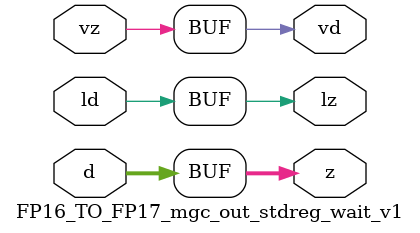
<source format=v>
module FP16_TO_FP17_mgc_out_stdreg_wait_v1 (ld, vd, d, lz, vz, z);
  parameter integer rscid = 1;
  parameter integer width = 8;
  input ld;
  output vd;
  input [width-1:0] d;
  output lz;
  input vz;
  output [width-1:0] z;
  wire vd;
  wire lz;
  wire [width-1:0] z;
  assign z = d;
  assign lz = ld;
  assign vd = vz;
endmodule
</source>
